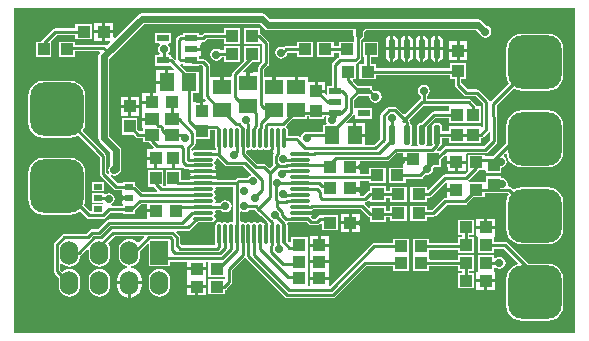
<source format=gtl>
G04*
G04 #@! TF.GenerationSoftware,Altium Limited,CircuitStudio,1.5.1 (1.5.1.13)*
G04*
G04 Layer_Physical_Order=1*
G04 Layer_Color=11767835*
%FSLAX25Y25*%
%MOIN*%
G70*
G01*
G75*
G04:AMPARAMS|DCode=10|XSize=177.16mil|YSize=177.16mil|CornerRadius=44.29mil|HoleSize=0mil|Usage=FLASHONLY|Rotation=0.000|XOffset=0mil|YOffset=0mil|HoleType=Round|Shape=RoundedRectangle|*
%AMROUNDEDRECTD10*
21,1,0.17716,0.08858,0,0,0.0*
21,1,0.08858,0.17716,0,0,0.0*
1,1,0.08858,0.04429,-0.04429*
1,1,0.08858,-0.04429,-0.04429*
1,1,0.08858,-0.04429,0.04429*
1,1,0.08858,0.04429,0.04429*
%
%ADD10ROUNDEDRECTD10*%
%ADD11R,0.03937X0.04331*%
%ADD12R,0.04331X0.03937*%
%ADD13O,0.01181X0.06890*%
%ADD14O,0.06890X0.01181*%
%ADD15R,0.04724X0.03937*%
%ADD16R,0.05906X0.05118*%
%ADD17R,0.05118X0.05906*%
%ADD18R,0.04331X0.02362*%
%ADD19O,0.02165X0.06890*%
%ADD20R,0.02756X0.01969*%
%ADD21R,0.04000X0.04000*%
%ADD22C,0.01000*%
%ADD23C,0.02362*%
%ADD24O,0.06000X0.08000*%
%ADD25R,0.06000X0.08000*%
%ADD26C,0.02756*%
G36*
X403543Y236220D02*
X216535D01*
Y344488D01*
X403543D01*
Y236220D01*
D02*
G37*
%LPC*%
G36*
X394587Y310387D02*
X385728D01*
X384416Y310215D01*
X383192Y309708D01*
X382141Y308902D01*
X381335Y307851D01*
X380829Y306628D01*
X380656Y305315D01*
Y299663D01*
X376081Y295088D01*
X373810D01*
X373435Y295390D01*
Y295580D01*
X367904D01*
Y290443D01*
X367904Y290443D01*
X367904D01*
X367805Y289962D01*
X366858Y289015D01*
X360335D01*
X360335Y289015D01*
X359906Y288930D01*
X359542Y288687D01*
X359542Y288687D01*
X354643Y283788D01*
X354143Y283996D01*
Y284950D01*
X348613D01*
Y279813D01*
X354143D01*
Y281260D01*
X354823D01*
X354823Y281260D01*
X355252Y281346D01*
X355616Y281589D01*
X360311Y286284D01*
X360811Y286077D01*
Y284457D01*
X363976D01*
Y283457D01*
X360811D01*
Y281141D01*
X360236D01*
X359807Y281056D01*
X359443Y280813D01*
X359443Y280813D01*
X355835Y277204D01*
X354143D01*
Y278651D01*
X348613D01*
Y273514D01*
X354143D01*
Y274961D01*
X356299D01*
X356299Y274961D01*
X356728Y275046D01*
X357092Y275290D01*
X360701Y278898D01*
X366732D01*
X366732Y278898D01*
X367161Y278983D01*
X367525Y279227D01*
X369687Y281388D01*
X373435D01*
Y282835D01*
X381031D01*
X381453Y282414D01*
X381335Y282261D01*
X380829Y281037D01*
X380656Y279724D01*
Y270866D01*
X380829Y269553D01*
X381335Y268330D01*
X382141Y267279D01*
X383192Y266473D01*
X384416Y265966D01*
X385728Y265794D01*
X394587D01*
X395900Y265966D01*
X397123Y266473D01*
X398173Y267279D01*
X398980Y268330D01*
X399486Y269553D01*
X399659Y270866D01*
Y279724D01*
X399486Y281037D01*
X398980Y282261D01*
X398173Y283311D01*
X397123Y284117D01*
X395900Y284624D01*
X394587Y284797D01*
X385728D01*
X384416Y284624D01*
X383192Y284117D01*
X383039Y284000D01*
X382289Y284750D01*
X381925Y284993D01*
X381496Y285078D01*
X381496Y285078D01*
X381387D01*
X381070Y285465D01*
X381140Y285816D01*
X380986Y286588D01*
X380549Y287242D01*
X379895Y287679D01*
X379123Y287833D01*
X378946Y287978D01*
Y288395D01*
X373810D01*
Y286827D01*
X373435Y286525D01*
X368354D01*
X368352Y286525D01*
X368352Y286525D01*
X368238Y286525D01*
X368154Y286529D01*
X368141Y286569D01*
X368127Y286618D01*
X368126Y286619D01*
X368106Y286687D01*
X368062Y286831D01*
X368021Y286965D01*
X368003Y287025D01*
X368116Y287101D01*
X371459Y290443D01*
X373435D01*
X373810Y290141D01*
Y289558D01*
X378946D01*
Y291331D01*
X379511Y291443D01*
X380165Y291880D01*
X380603Y292535D01*
X380756Y293306D01*
X380603Y294078D01*
X380165Y294732D01*
X379829Y294957D01*
X379757Y295592D01*
X380206Y296041D01*
X380734Y295862D01*
X380829Y295144D01*
X381335Y293920D01*
X382141Y292870D01*
X383192Y292064D01*
X384416Y291557D01*
X385728Y291384D01*
X394587D01*
X395900Y291557D01*
X397123Y292064D01*
X398173Y292870D01*
X398980Y293920D01*
X399486Y295144D01*
X399659Y296457D01*
Y305315D01*
X399486Y306628D01*
X398980Y307851D01*
X398173Y308902D01*
X397123Y309708D01*
X395900Y310215D01*
X394587Y310387D01*
D02*
G37*
G36*
X333677Y306020D02*
X330618D01*
Y302567D01*
X333677D01*
Y306020D01*
D02*
G37*
G36*
X376984Y253142D02*
X374319D01*
Y250673D01*
X376984D01*
Y253142D01*
D02*
G37*
G36*
X363476Y292512D02*
X360811D01*
Y290043D01*
X363476D01*
Y292512D01*
D02*
G37*
G36*
X367142D02*
X364476D01*
Y290043D01*
X367142D01*
Y292512D01*
D02*
G37*
G36*
X373319Y253142D02*
X370654D01*
Y250673D01*
X373319D01*
Y253142D01*
D02*
G37*
G36*
X245000Y257604D02*
X244060Y257480D01*
X243184Y257117D01*
X242432Y256540D01*
X241855Y255788D01*
X241493Y254912D01*
X241369Y253972D01*
Y251972D01*
X241493Y251033D01*
X241855Y250157D01*
X242432Y249405D01*
X243184Y248828D01*
X244060Y248465D01*
X245000Y248341D01*
X245940Y248465D01*
X246815Y248828D01*
X247568Y249405D01*
X248145Y250157D01*
X248507Y251033D01*
X248631Y251972D01*
Y253972D01*
X248507Y254912D01*
X248145Y255788D01*
X247568Y256540D01*
X246815Y257117D01*
X245940Y257480D01*
X245000Y257604D01*
D02*
G37*
G36*
X259034Y252472D02*
X255500D01*
Y248004D01*
X256044Y248075D01*
X257017Y248478D01*
X257853Y249120D01*
X258494Y249955D01*
X258897Y250928D01*
X259034Y251972D01*
Y252472D01*
D02*
G37*
G36*
X254500D02*
X250965D01*
Y251972D01*
X251103Y250928D01*
X251506Y249955D01*
X252147Y249120D01*
X252983Y248478D01*
X253956Y248075D01*
X254500Y248004D01*
Y252472D01*
D02*
G37*
G36*
X280528Y251173D02*
X277862D01*
Y248705D01*
X280528D01*
Y251173D01*
D02*
G37*
G36*
X276862D02*
X274197D01*
Y248705D01*
X276862D01*
Y251173D01*
D02*
G37*
G36*
X265000Y257604D02*
X264060Y257480D01*
X263184Y257117D01*
X262433Y256540D01*
X261855Y255788D01*
X261493Y254912D01*
X261369Y253972D01*
Y251972D01*
X261493Y251033D01*
X261855Y250157D01*
X262433Y249405D01*
X263184Y248828D01*
X264060Y248465D01*
X265000Y248341D01*
X265940Y248465D01*
X266815Y248828D01*
X267567Y249405D01*
X268145Y250157D01*
X268507Y251033D01*
X268631Y251972D01*
Y253972D01*
X268507Y254912D01*
X268145Y255788D01*
X267567Y256540D01*
X266815Y257117D01*
X265940Y257480D01*
X265000Y257604D01*
D02*
G37*
G36*
X280528Y257079D02*
X277362D01*
X274197D01*
Y254642D01*
X274197D01*
Y252173D01*
X277362D01*
X280528D01*
Y254610D01*
X280528D01*
Y257079D01*
D02*
G37*
G36*
X317807Y268421D02*
X315142D01*
Y265953D01*
X317807D01*
Y268421D01*
D02*
G37*
G36*
X321472D02*
X318807D01*
Y265953D01*
X321472D01*
Y268421D01*
D02*
G37*
G36*
X369891Y273927D02*
X364361D01*
Y268790D01*
X366004D01*
Y268021D01*
X364361D01*
Y266181D01*
X354931D01*
Y267628D01*
X349400D01*
Y262616D01*
X349400Y262491D01*
Y262303D01*
Y262116D01*
X349400Y261990D01*
Y256979D01*
X354931D01*
Y258426D01*
X364361D01*
Y256979D01*
X366004D01*
Y256210D01*
X364361D01*
Y251073D01*
X369891D01*
Y256210D01*
X368248D01*
Y256979D01*
X369891D01*
Y262116D01*
X364361D01*
Y260669D01*
X355284D01*
X354931Y261022D01*
Y261990D01*
X354931Y262116D01*
Y262303D01*
Y262491D01*
X354931Y262616D01*
Y263937D01*
X364361D01*
Y262884D01*
X369891D01*
Y268021D01*
X368248D01*
Y268790D01*
X369891D01*
Y273927D01*
D02*
G37*
G36*
X321472Y259441D02*
X318307D01*
X315142D01*
Y256972D01*
X315142D01*
Y254929D01*
X318307D01*
X321472D01*
Y257398D01*
X321472D01*
Y259441D01*
D02*
G37*
G36*
X376584Y262116D02*
X371054D01*
Y257110D01*
X371054Y256979D01*
X370736Y256610D01*
X370654D01*
Y254142D01*
X373819D01*
X376984D01*
Y256610D01*
X376902D01*
X376902Y256610D01*
X376584Y256979D01*
X376584Y257110D01*
Y257790D01*
X376589Y257795D01*
X377084Y258012D01*
X377575Y257684D01*
X378346Y257530D01*
X379118Y257684D01*
X379772Y258121D01*
X380210Y258775D01*
X380363Y259547D01*
X380210Y260319D01*
X379772Y260973D01*
X379118Y261410D01*
X378346Y261564D01*
X377575Y261410D01*
X377084Y261083D01*
X376589Y261299D01*
X376584Y261304D01*
Y262116D01*
D02*
G37*
G36*
X321472Y264953D02*
X318307D01*
X315142D01*
Y262484D01*
Y260441D01*
X318307D01*
X321472D01*
Y262484D01*
Y264953D01*
D02*
G37*
G36*
X328043Y272433D02*
X325378D01*
Y269965D01*
X328043D01*
Y272433D01*
D02*
G37*
G36*
Y275902D02*
X325378D01*
Y273433D01*
X328043D01*
Y275902D01*
D02*
G37*
G36*
X331709D02*
X329043D01*
Y273433D01*
X331709D01*
Y275902D01*
D02*
G37*
G36*
X246368Y286525D02*
X242412D01*
Y283357D01*
X246368D01*
Y286525D01*
D02*
G37*
G36*
X331709Y272433D02*
X329043D01*
Y269965D01*
X331709D01*
Y272433D01*
D02*
G37*
G36*
X373319Y274327D02*
X370654D01*
Y271858D01*
X373319D01*
Y274327D01*
D02*
G37*
G36*
X376984D02*
X374319D01*
Y271858D01*
X376984D01*
Y274327D01*
D02*
G37*
G36*
X342000Y330504D02*
X340376D01*
Y328642D01*
X340538Y327829D01*
X340999Y327140D01*
X341687Y326680D01*
X342000Y326618D01*
Y330504D01*
D02*
G37*
G36*
X347000Y335390D02*
X346687Y335328D01*
X345999Y334868D01*
X345538Y334179D01*
X345376Y333366D01*
Y331504D01*
X347000D01*
Y335390D01*
D02*
G37*
G36*
X348000D02*
Y331504D01*
X349623D01*
Y333366D01*
X349462Y334179D01*
X349002Y334868D01*
X348313Y335328D01*
X348000Y335390D01*
D02*
G37*
G36*
X352000D02*
X351687Y335328D01*
X350998Y334868D01*
X350538Y334179D01*
X350377Y333366D01*
Y331504D01*
X352000D01*
Y335390D01*
D02*
G37*
G36*
X343000D02*
Y331504D01*
X344623D01*
Y333366D01*
X344462Y334179D01*
X344002Y334868D01*
X343313Y335328D01*
X343000Y335390D01*
D02*
G37*
G36*
X364067Y333382D02*
X361598D01*
Y330716D01*
X364067D01*
Y333382D01*
D02*
G37*
G36*
X367535D02*
X365067D01*
Y330716D01*
X367535D01*
Y333382D01*
D02*
G37*
G36*
X342000Y335390D02*
X341687Y335328D01*
X340999Y334868D01*
X340538Y334179D01*
X340376Y333366D01*
Y331504D01*
X342000D01*
Y335390D01*
D02*
G37*
G36*
X353000D02*
Y331504D01*
X354624D01*
Y333366D01*
X354462Y334179D01*
X354001Y334868D01*
X353313Y335328D01*
X353000Y335390D01*
D02*
G37*
G36*
X299213Y342761D02*
X259055D01*
X258360Y342623D01*
X257771Y342229D01*
X250084Y334542D01*
X249622Y334733D01*
Y336114D01*
X246957D01*
Y333646D01*
X248534D01*
X248726Y333184D01*
X247553Y332011D01*
X247134D01*
X246770Y332254D01*
X246341Y332340D01*
X246341Y332340D01*
X236815D01*
Y333309D01*
X231615D01*
Y328109D01*
X236815D01*
Y330097D01*
X244985D01*
X245100Y329819D01*
X245150Y329597D01*
X244779Y329041D01*
X244641Y328346D01*
Y301181D01*
X244779Y300486D01*
X245173Y299897D01*
X248578Y296492D01*
Y291980D01*
X248574Y291977D01*
X248137Y291323D01*
X247983Y290551D01*
X248137Y289779D01*
X248321Y289504D01*
X247933Y289185D01*
X247345Y289773D01*
Y295214D01*
X247345Y295214D01*
X247259Y295643D01*
X247016Y296007D01*
X247016Y296007D01*
X239413Y303610D01*
X239531Y303763D01*
X240037Y304986D01*
X240210Y306299D01*
Y315158D01*
X240037Y316470D01*
X239531Y317694D01*
X238725Y318744D01*
X237674Y319550D01*
X236451Y320057D01*
X235138Y320230D01*
X226279D01*
X224967Y320057D01*
X223743Y319550D01*
X222693Y318744D01*
X221887Y317694D01*
X221380Y316470D01*
X221207Y315158D01*
Y306299D01*
X221380Y304986D01*
X221887Y303763D01*
X222693Y302712D01*
X223743Y301906D01*
X224967Y301399D01*
X226279Y301227D01*
X235138D01*
X236451Y301399D01*
X237674Y301906D01*
X237827Y302024D01*
X245102Y294749D01*
Y289308D01*
X245102Y289308D01*
X245187Y288879D01*
X245430Y288515D01*
X249798Y284148D01*
X249798Y284148D01*
X250161Y283905D01*
X250590Y283819D01*
X252491D01*
X252505Y283805D01*
X252445Y283185D01*
X252445Y283185D01*
X252445D01*
X252445Y283185D01*
Y281701D01*
X254823D01*
Y280701D01*
X252445D01*
Y279217D01*
X252445D01*
X252845Y279045D01*
Y278582D01*
X249162D01*
X249010Y279082D01*
X249458Y279381D01*
X249895Y280035D01*
X250048Y280807D01*
X249895Y281579D01*
X249458Y282233D01*
X248803Y282670D01*
X248031Y282824D01*
X247260Y282670D01*
X246868Y282408D01*
X246368Y282598D01*
Y282785D01*
X242412D01*
Y279616D01*
X246046D01*
X246085Y279545D01*
X245980Y279261D01*
X245791Y279045D01*
X242412D01*
Y276909D01*
X241912Y276702D01*
X239797Y278816D01*
X240037Y279396D01*
X240210Y280709D01*
Y289567D01*
X240037Y290880D01*
X239531Y292103D01*
X238725Y293154D01*
X237674Y293960D01*
X236451Y294467D01*
X235138Y294639D01*
X226279D01*
X224967Y294467D01*
X223743Y293960D01*
X222693Y293154D01*
X221887Y292103D01*
X221380Y290880D01*
X221207Y289567D01*
Y280709D01*
X221380Y279396D01*
X221887Y278172D01*
X222693Y277122D01*
X223743Y276316D01*
X224967Y275809D01*
X226279Y275636D01*
X235138D01*
X236451Y275809D01*
X237674Y276316D01*
X238495Y276946D01*
X240858Y274583D01*
X241222Y274340D01*
X241651Y274255D01*
X241651Y274255D01*
X246223D01*
X246223Y274255D01*
X246653Y274340D01*
X247016Y274583D01*
X248772Y276339D01*
X252845D01*
Y275876D01*
X256801D01*
Y276967D01*
X258929Y279095D01*
X260811D01*
Y277370D01*
X263976D01*
Y276370D01*
X260811D01*
Y274080D01*
X248155D01*
X248155Y274080D01*
X247726Y273994D01*
X247362Y273751D01*
X247362Y273751D01*
X244405Y270794D01*
X242639D01*
X242639Y270794D01*
X242210Y270709D01*
X241846Y270465D01*
X241846Y270465D01*
X240574Y269194D01*
X233302D01*
X233302Y269194D01*
X232873Y269109D01*
X232509Y268865D01*
X230107Y266464D01*
X229864Y266100D01*
X229778Y265671D01*
X229779Y265671D01*
Y256791D01*
X229778Y256791D01*
X229864Y256362D01*
X230107Y255998D01*
X231458Y254647D01*
X231369Y253972D01*
Y251972D01*
X231493Y251033D01*
X231855Y250157D01*
X232433Y249405D01*
X233185Y248828D01*
X234060Y248465D01*
X235000Y248341D01*
X235940Y248465D01*
X236816Y248828D01*
X237567Y249405D01*
X238145Y250157D01*
X238507Y251033D01*
X238631Y251972D01*
Y253972D01*
X238507Y254912D01*
X238145Y255788D01*
X237567Y256540D01*
X236816Y257117D01*
X235940Y257480D01*
X235000Y257604D01*
X234060Y257480D01*
X233185Y257117D01*
X232605Y256672D01*
X232021Y257256D01*
Y259193D01*
X232522Y259336D01*
X233185Y258828D01*
X234060Y258465D01*
X235000Y258341D01*
X235940Y258465D01*
X236816Y258828D01*
X237567Y259405D01*
X238145Y260157D01*
X238507Y261033D01*
X238626Y261935D01*
X238631Y261936D01*
X238995Y262179D01*
X240926Y264111D01*
X241369Y263846D01*
Y261972D01*
X241493Y261033D01*
X241855Y260157D01*
X242432Y259405D01*
X243184Y258828D01*
X244060Y258465D01*
X245000Y258341D01*
X245940Y258465D01*
X246815Y258828D01*
X247568Y259405D01*
X248145Y260157D01*
X248507Y261033D01*
X248631Y261972D01*
Y263972D01*
X248507Y264912D01*
X248145Y265788D01*
X247776Y266268D01*
X250058Y268551D01*
X259783D01*
X259975Y268089D01*
X258208Y266322D01*
X257709Y266355D01*
X257568Y266540D01*
X256816Y267117D01*
X255940Y267480D01*
X255000Y267603D01*
X254060Y267480D01*
X253185Y267117D01*
X252432Y266540D01*
X251855Y265788D01*
X251493Y264912D01*
X251369Y263972D01*
Y261972D01*
X251493Y261033D01*
X251855Y260157D01*
X252432Y259405D01*
X253185Y258828D01*
X254060Y258465D01*
X254355Y258426D01*
Y257922D01*
X253956Y257870D01*
X252983Y257466D01*
X252147Y256825D01*
X251506Y255990D01*
X251103Y255017D01*
X250965Y253972D01*
Y253472D01*
X255000D01*
Y252972D01*
D01*
Y253472D01*
X259034D01*
Y253972D01*
X258897Y255017D01*
X258494Y255990D01*
X257853Y256825D01*
X257017Y257466D01*
X256044Y257870D01*
X255645Y257922D01*
Y258426D01*
X255940Y258465D01*
X256816Y258828D01*
X257568Y259405D01*
X258145Y260157D01*
X258507Y261033D01*
X258631Y261972D01*
Y263573D01*
X260938Y265880D01*
X261400Y265689D01*
Y258372D01*
X268600D01*
Y260000D01*
X274197D01*
Y258079D01*
X277362D01*
X280528D01*
Y260000D01*
X281290D01*
Y255010D01*
X286774D01*
X286999Y254626D01*
X286774Y254242D01*
X281290D01*
Y249105D01*
X286821D01*
Y250593D01*
X287043Y250637D01*
X287407Y250880D01*
X288982Y252455D01*
X288982Y252455D01*
X289225Y252819D01*
X289311Y253248D01*
Y257114D01*
X293261Y261064D01*
X293886Y261023D01*
X293896Y261016D01*
X306812Y248099D01*
X306812Y248099D01*
X307176Y247856D01*
X307605Y247771D01*
X322710D01*
X322710Y247771D01*
X323139Y247856D01*
X323503Y248099D01*
X333830Y258426D01*
X342707D01*
Y256979D01*
X348238D01*
Y262116D01*
X348238D01*
Y262491D01*
X348238D01*
Y267628D01*
X342707D01*
Y266181D01*
X336614D01*
X336614Y266181D01*
X336185Y266095D01*
X335821Y265852D01*
X321972Y252003D01*
X321472Y252211D01*
Y253929D01*
X318307D01*
X315142D01*
Y251898D01*
X314846Y251780D01*
X314380Y252087D01*
Y256998D01*
X314380D01*
X314380Y257372D01*
X314380D01*
Y262509D01*
X314380D01*
Y262884D01*
X314380D01*
Y268021D01*
X308849D01*
Y266377D01*
X308349Y266170D01*
X307710Y266809D01*
Y271949D01*
X307618Y272413D01*
Y272539D01*
X307588Y272690D01*
X307940Y273189D01*
X308394D01*
X308858Y273097D01*
X314037D01*
X314706Y272427D01*
X314706Y272427D01*
X315070Y272184D01*
X315500Y272099D01*
X315500Y272099D01*
X317571D01*
X317571Y272099D01*
X318001Y272184D01*
X318364Y272427D01*
X318623Y272686D01*
X319085Y272495D01*
Y270365D01*
X324616D01*
Y275502D01*
X319085D01*
X319085Y275502D01*
X318662Y275433D01*
X318618Y275424D01*
X318617Y275424D01*
X318597Y275420D01*
X318233Y275347D01*
X317869Y275104D01*
X317869Y275104D01*
X317107Y274342D01*
X315964D01*
X315728Y274579D01*
X315688Y274776D01*
X315531Y275011D01*
X315714Y275133D01*
X316065Y275659D01*
X316089Y275780D01*
X311713D01*
Y276780D01*
X316089D01*
X316065Y276900D01*
X316323Y277415D01*
X316358Y277438D01*
X332097D01*
X334443Y275093D01*
X334807Y274850D01*
X335227Y274766D01*
Y273120D01*
X340364D01*
Y274764D01*
X341920D01*
Y273514D01*
X347450D01*
Y278651D01*
X341920D01*
Y277007D01*
X340364D01*
Y278651D01*
X335227D01*
Y278135D01*
X334765Y277943D01*
X333506Y279203D01*
X333504Y279218D01*
X333664Y279725D01*
X333894Y279771D01*
X334258Y280014D01*
X334765Y280521D01*
X335227Y280330D01*
Y279813D01*
X340364D01*
Y281260D01*
X341920D01*
Y279813D01*
X347450D01*
Y284950D01*
X341920D01*
Y283503D01*
X340364D01*
Y285344D01*
X335227D01*
Y283698D01*
X334807Y283615D01*
X334443Y283372D01*
X334443Y283372D01*
X333000Y281929D01*
X331709D01*
Y283850D01*
X328543D01*
Y284850D01*
X331709D01*
Y286969D01*
X334833D01*
Y286113D01*
X340364D01*
Y291250D01*
X334833D01*
Y289212D01*
X331709D01*
Y290937D01*
X328543D01*
Y291937D01*
X331709D01*
Y293384D01*
X340864D01*
X340864Y293384D01*
X341293Y293469D01*
X341657Y293712D01*
X344165Y296221D01*
X346244D01*
Y294693D01*
X349409D01*
Y293693D01*
X346244D01*
Y291250D01*
X341526D01*
Y286113D01*
X347057D01*
Y287560D01*
X351968D01*
X351969Y287560D01*
X352398Y287645D01*
X352762Y287888D01*
X353889Y289015D01*
X354330Y288928D01*
X355102Y289081D01*
X355756Y289518D01*
X356193Y290173D01*
X356347Y290944D01*
X356294Y291209D01*
X356655Y291624D01*
X358868D01*
Y293994D01*
X360349Y295476D01*
X360811Y295284D01*
Y293512D01*
X363976D01*
X367142D01*
Y295980D01*
X367542Y296221D01*
X373622D01*
X373622Y296221D01*
X374051Y296306D01*
X374415Y296550D01*
X377171Y299305D01*
X377171Y299305D01*
X377414Y299669D01*
X377500Y300098D01*
X377500Y300098D01*
Y308323D01*
X377500Y308323D01*
X377414Y308752D01*
X377399Y308774D01*
Y312132D01*
X383039Y317772D01*
X383192Y317654D01*
X384416Y317148D01*
X385728Y316975D01*
X394587D01*
X395900Y317148D01*
X397123Y317654D01*
X398173Y318460D01*
X398980Y319511D01*
X399486Y320734D01*
X399659Y322047D01*
Y330906D01*
X399486Y332218D01*
X398980Y333442D01*
X398173Y334492D01*
X397123Y335298D01*
X395900Y335805D01*
X394587Y335978D01*
X385728D01*
X384416Y335805D01*
X383192Y335298D01*
X382141Y334492D01*
X381335Y333442D01*
X380829Y332218D01*
X380656Y330906D01*
Y322047D01*
X380829Y320734D01*
X381335Y319511D01*
X381453Y319358D01*
X375571Y313476D01*
X375192Y313508D01*
X375011Y313581D01*
X374809Y313884D01*
X374809Y313884D01*
X371659Y317033D01*
X371295Y317276D01*
X370866Y317362D01*
X370866Y317362D01*
X367787D01*
X365688Y319461D01*
Y320758D01*
X367135D01*
Y326289D01*
X361998D01*
Y324448D01*
X337214D01*
Y325895D01*
X335570D01*
Y328109D01*
X337996D01*
Y333309D01*
X332796D01*
Y328109D01*
X333327D01*
Y325895D01*
X331683D01*
Y320758D01*
X337214D01*
Y322205D01*
X361998D01*
Y320758D01*
X363445D01*
Y318996D01*
X363445Y318996D01*
X363531Y318567D01*
X363774Y318203D01*
X366530Y315447D01*
X366530Y315447D01*
X366894Y315204D01*
X367323Y315119D01*
X367323Y315119D01*
X370402D01*
X372894Y312626D01*
Y304788D01*
X372754Y304687D01*
X372253Y304943D01*
Y305029D01*
X367117D01*
Y305029D01*
X366742D01*
Y305029D01*
X361605D01*
Y303385D01*
X359216D01*
Y304626D01*
X359085Y305282D01*
X358713Y305839D01*
X358157Y306211D01*
X357500Y306342D01*
X356843Y306211D01*
X356287Y305839D01*
X355915Y305282D01*
X355784Y304626D01*
Y299902D01*
X355915Y299245D01*
X356038Y299061D01*
X355441Y298464D01*
X354165D01*
X353897Y298964D01*
X354085Y299245D01*
X354216Y299902D01*
Y304626D01*
X354140Y305004D01*
X356972Y307835D01*
X361605D01*
Y306191D01*
X366742D01*
Y306191D01*
X367117D01*
Y306191D01*
X372253D01*
Y311722D01*
X370766D01*
X370721Y311945D01*
X370478Y312309D01*
X370478Y312309D01*
X368903Y313884D01*
X368539Y314127D01*
X368110Y314212D01*
X368110Y314212D01*
X354271D01*
Y315300D01*
X354576Y315503D01*
X355013Y316157D01*
X355166Y316929D01*
X355013Y317701D01*
X354576Y318355D01*
X353921Y318792D01*
X353150Y318946D01*
X352378Y318792D01*
X351724Y318355D01*
X351286Y317701D01*
X351133Y316929D01*
X351286Y316157D01*
X351724Y315503D01*
X352028Y315300D01*
Y314146D01*
X351933Y314127D01*
X351569Y313884D01*
X346835Y309149D01*
X346335D01*
X344339Y311145D01*
X343975Y311388D01*
X343546Y311473D01*
X343546Y311473D01*
X341493D01*
X341493Y311473D01*
X341064Y311388D01*
X340700Y311145D01*
X340700Y311145D01*
X338971Y309416D01*
X338728Y309052D01*
X338642Y308623D01*
X338642Y308622D01*
Y300957D01*
X336543Y298858D01*
X333677D01*
Y301567D01*
X330118D01*
Y302067D01*
X329618D01*
Y306020D01*
X327452D01*
X327261Y306482D01*
X329533Y308754D01*
X329533Y308754D01*
X329776Y309118D01*
X329805Y309265D01*
X330306Y309215D01*
Y307569D01*
X335836D01*
Y311132D01*
X330387D01*
X330306Y311132D01*
X329887Y311328D01*
Y313832D01*
X331104Y315050D01*
X334917D01*
X334991Y314960D01*
X335144Y314188D01*
X335581Y313534D01*
X336235Y313097D01*
X337007Y312943D01*
X337779Y313097D01*
X338433Y313534D01*
X338870Y314188D01*
X339024Y314960D01*
X338870Y315732D01*
X338433Y316386D01*
X337779Y316823D01*
X337007Y316977D01*
X336648Y316905D01*
X335930Y317624D01*
X335836Y317686D01*
Y318612D01*
X331104D01*
X329533Y320183D01*
X329533D01*
Y320183D01*
X329420Y320296D01*
X329611Y320758D01*
X330521D01*
Y325614D01*
X330521Y325895D01*
X330885Y326223D01*
X331108Y326372D01*
X331895Y327160D01*
X331895Y327160D01*
X332138Y327524D01*
X332224Y327953D01*
X332224Y327953D01*
Y333777D01*
X332780Y334149D01*
X333174Y334738D01*
X333312Y335433D01*
Y336649D01*
X333823Y337160D01*
X370508D01*
X371742Y335926D01*
X371759Y335842D01*
X372196Y335188D01*
X372850Y334751D01*
X373622Y334597D01*
X374394Y334751D01*
X375048Y335188D01*
X375485Y335842D01*
X375639Y336614D01*
X375485Y337386D01*
X375048Y338040D01*
X374394Y338477D01*
X374310Y338494D01*
X372544Y340261D01*
X371955Y340654D01*
X371260Y340792D01*
X301933D01*
X300497Y342229D01*
X299907Y342623D01*
X299213Y342761D01*
D02*
G37*
G36*
X245957Y339583D02*
X243291D01*
Y337114D01*
X245957D01*
Y339583D01*
D02*
G37*
G36*
X249622D02*
X246957D01*
Y337114D01*
X249622D01*
Y339583D01*
D02*
G37*
G36*
X242529Y339183D02*
X236998D01*
Y337736D01*
X230315D01*
X229886Y337650D01*
X229522Y337407D01*
X229522Y337407D01*
X225622Y333507D01*
X225489Y333309D01*
X223815D01*
Y328109D01*
X229015D01*
Y333309D01*
X229015Y333309D01*
X229015D01*
X229088Y333801D01*
X230780Y335493D01*
X236998D01*
Y334046D01*
X242529D01*
Y339183D01*
D02*
G37*
G36*
X357000Y335390D02*
X356687Y335328D01*
X355998Y334868D01*
X355538Y334179D01*
X355377Y333366D01*
Y331504D01*
X357000D01*
Y335390D01*
D02*
G37*
G36*
X358000D02*
Y331504D01*
X359624D01*
Y333366D01*
X359462Y334179D01*
X359001Y334868D01*
X358313Y335328D01*
X358000Y335390D01*
D02*
G37*
G36*
X245957Y336114D02*
X243291D01*
Y333646D01*
X245957D01*
Y336114D01*
D02*
G37*
G36*
X376984Y270858D02*
X373819D01*
X370654D01*
Y268390D01*
X370736D01*
X371054Y268021D01*
X371054Y267890D01*
Y262884D01*
X376584D01*
Y264331D01*
X379850D01*
X384663Y259519D01*
X384502Y259045D01*
X384416Y259034D01*
X383192Y258527D01*
X382141Y257721D01*
X381335Y256670D01*
X380829Y255447D01*
X380656Y254134D01*
Y245276D01*
X380829Y243963D01*
X381335Y242739D01*
X382141Y241689D01*
X383192Y240883D01*
X384416Y240376D01*
X385728Y240203D01*
X394587D01*
X395900Y240376D01*
X397123Y240883D01*
X398173Y241689D01*
X398980Y242739D01*
X399486Y243963D01*
X399659Y245276D01*
Y254134D01*
X399486Y255447D01*
X398980Y256670D01*
X398173Y257721D01*
X397123Y258527D01*
X395900Y259034D01*
X394587Y259206D01*
X388147D01*
X381108Y266246D01*
X380744Y266489D01*
X380315Y266574D01*
X380315Y266574D01*
X376938D01*
X376584Y266928D01*
Y267890D01*
X376584Y268021D01*
X376902Y268390D01*
X376984D01*
Y270858D01*
D02*
G37*
G36*
X354624Y330504D02*
X353000D01*
Y326618D01*
X353313Y326680D01*
X354001Y327140D01*
X354462Y327829D01*
X354624Y328642D01*
Y330504D01*
D02*
G37*
G36*
X357000D02*
X355377D01*
Y328642D01*
X355538Y327829D01*
X355998Y327140D01*
X356687Y326680D01*
X357000Y326618D01*
Y330504D01*
D02*
G37*
G36*
X359624D02*
X358000D01*
Y326618D01*
X358313Y326680D01*
X359001Y327140D01*
X359462Y327829D01*
X359624Y328642D01*
Y330504D01*
D02*
G37*
G36*
X352000D02*
X350377D01*
Y328642D01*
X350538Y327829D01*
X350998Y327140D01*
X351687Y326680D01*
X352000Y326618D01*
Y330504D01*
D02*
G37*
G36*
X344623D02*
X343000D01*
Y326618D01*
X343313Y326680D01*
X344002Y327140D01*
X344462Y327829D01*
X344623Y328642D01*
Y330504D01*
D02*
G37*
G36*
X347000D02*
X345376D01*
Y328642D01*
X345538Y327829D01*
X345999Y327140D01*
X346687Y326680D01*
X347000Y326618D01*
Y330504D01*
D02*
G37*
G36*
X349623D02*
X348000D01*
Y326618D01*
X348313Y326680D01*
X349002Y327140D01*
X349462Y327829D01*
X349623Y328642D01*
Y330504D01*
D02*
G37*
G36*
X364067Y329716D02*
X361598D01*
Y327051D01*
X364067D01*
Y329716D01*
D02*
G37*
G36*
X367535D02*
X365067D01*
Y327051D01*
X367535D01*
Y329716D01*
D02*
G37*
%LPD*%
G36*
X272244Y325945D02*
X272825D01*
Y325286D01*
X278356D01*
Y325355D01*
X279063D01*
X279587Y324831D01*
Y315059D01*
X279587Y315059D01*
X279673Y314630D01*
X279916Y314266D01*
X280416Y313765D01*
X280225Y313303D01*
X279634D01*
Y310138D01*
X278634D01*
Y313303D01*
X276165D01*
X276121Y313785D01*
Y316231D01*
X278159D01*
Y323336D01*
X274018D01*
X271837Y325517D01*
X272084Y325977D01*
X272244Y325945D01*
D02*
G37*
G36*
X374973Y303158D02*
X375256Y303012D01*
Y300563D01*
X373158Y298464D01*
X360630D01*
X360630Y298464D01*
X360201Y298379D01*
X359837Y298136D01*
X359837Y298136D01*
X358463Y296761D01*
X357564D01*
X357372Y297223D01*
X358293Y298144D01*
X358536Y298508D01*
X358551Y298580D01*
X358713Y298688D01*
X359085Y299245D01*
X359216Y299902D01*
Y301142D01*
X361605D01*
Y299498D01*
X366742D01*
Y299498D01*
X367117D01*
Y299498D01*
X372253D01*
Y301144D01*
X372673Y301228D01*
X373037Y301471D01*
X374756Y303190D01*
X374973Y303158D01*
D02*
G37*
G36*
X283629Y303663D02*
Y298327D01*
X283721Y297863D01*
Y297086D01*
X282944D01*
X282480Y297178D01*
X276772D01*
X276307Y297086D01*
X276170Y296995D01*
X275688Y297198D01*
X275642Y297477D01*
X275657Y297594D01*
X276696Y298634D01*
X276696Y298634D01*
X276939Y298998D01*
X277025Y299427D01*
X277025Y299427D01*
Y300679D01*
X281702D01*
Y303772D01*
X283520D01*
X283629Y303663D01*
D02*
G37*
G36*
X300126Y297205D02*
X300590Y297113D01*
X301055Y297205D01*
X301290Y297362D01*
X301412Y297180D01*
X301939Y296829D01*
X302559Y296705D01*
X303044Y296311D01*
X303067Y296051D01*
X303028Y296012D01*
X302784Y295648D01*
X302699Y295219D01*
X302699Y295219D01*
Y292735D01*
X302699Y292735D01*
X302784Y292305D01*
X302959Y292045D01*
X302103Y291189D01*
X301603D01*
X300561Y292230D01*
X300198Y292473D01*
X299768Y292559D01*
X299768Y292559D01*
X297609D01*
X293838Y296330D01*
Y296905D01*
X294338Y297182D01*
X294685Y297113D01*
X295150Y297205D01*
X295543Y297468D01*
X295795D01*
X296189Y297205D01*
X296654Y297113D01*
X297118Y297205D01*
X297512Y297468D01*
X297764D01*
X298158Y297205D01*
X298622Y297113D01*
X299087Y297205D01*
X299480Y297468D01*
X299732D01*
X300126Y297205D01*
D02*
G37*
G36*
X289627Y273370D02*
X289126Y273094D01*
X288779Y273163D01*
X288315Y273070D01*
X287921Y272807D01*
X287669D01*
X287276Y273070D01*
X286811Y273163D01*
X286347Y273070D01*
X285953Y272807D01*
X285701D01*
X285307Y273070D01*
X284842Y273163D01*
X284378Y273070D01*
X283984Y272807D01*
X283721Y272413D01*
X283629Y271949D01*
Y266240D01*
X283688Y265944D01*
X283387Y265444D01*
X272461D01*
X271821Y266084D01*
Y268091D01*
X271736Y268520D01*
X271493Y268884D01*
X271493Y268884D01*
X270602Y269775D01*
X270794Y270237D01*
X274409D01*
X274410Y270237D01*
X274839Y270322D01*
X275202Y270565D01*
X277734Y273097D01*
X282480D01*
X282945Y273190D01*
X283339Y273453D01*
X283602Y273847D01*
X283694Y274311D01*
X283602Y274776D01*
X283339Y275169D01*
Y275421D01*
X283602Y275815D01*
X283694Y276279D01*
X283625Y276626D01*
X283902Y277127D01*
X285510D01*
X285582Y277019D01*
X286236Y276582D01*
X287008Y276428D01*
X287780Y276582D01*
X288434Y277019D01*
X288871Y277673D01*
X289025Y278445D01*
X288871Y279217D01*
X288434Y279871D01*
X287780Y280308D01*
X287008Y280462D01*
X286236Y280308D01*
X285582Y279871D01*
X285247Y279370D01*
X283902D01*
X283625Y279870D01*
X283694Y280217D01*
X283602Y280681D01*
X283339Y281075D01*
Y281327D01*
X283602Y281720D01*
X283694Y282185D01*
X283602Y282650D01*
X283339Y283043D01*
Y283295D01*
X283602Y283689D01*
X283694Y284154D01*
X283625Y284501D01*
X283902Y285000D01*
X289627D01*
Y273370D01*
D02*
G37*
G36*
X314754Y307372D02*
X319891D01*
Y308046D01*
X320268Y308375D01*
X320391Y308359D01*
X320623Y307926D01*
X320578Y307858D01*
X320424Y307087D01*
X320578Y306315D01*
X320708Y306120D01*
X320441Y305620D01*
X319479D01*
Y303188D01*
X314961D01*
X314838Y303164D01*
X314173Y303296D01*
X313402Y303143D01*
X312747Y302706D01*
X312310Y302051D01*
X312215Y301574D01*
X312158Y301533D01*
X311676Y301426D01*
X311423Y301679D01*
X311059Y301922D01*
X310630Y302007D01*
X310630Y302007D01*
X307710D01*
Y304035D01*
X307617Y304500D01*
X307354Y304894D01*
X307368Y305486D01*
X309254Y307372D01*
X314183D01*
Y308426D01*
X314754D01*
Y307372D01*
D02*
G37*
G36*
X361605Y311722D02*
Y310078D01*
X356507D01*
X356507Y310078D01*
X356078Y309993D01*
X355714Y309750D01*
X355714Y309750D01*
X352258Y306294D01*
X351843Y306211D01*
X351287Y305839D01*
X350915Y305282D01*
X350784Y304626D01*
Y299902D01*
X350915Y299245D01*
X351103Y298964D01*
X350835Y298464D01*
X349165D01*
X348897Y298964D01*
X349085Y299245D01*
X349216Y299902D01*
Y304626D01*
X349085Y305282D01*
X348713Y305839D01*
X348622Y305900D01*
Y306398D01*
X348536Y306827D01*
X348293Y307191D01*
X348482Y307625D01*
X352827Y311969D01*
X361207D01*
X361605Y311722D01*
D02*
G37*
G36*
X299897Y337692D02*
X300486Y337299D01*
X301181Y337160D01*
X329680D01*
Y335433D01*
X329818Y334738D01*
X329981Y334495D01*
Y333309D01*
X324996D01*
Y331830D01*
X323041D01*
Y333277D01*
X317510D01*
Y328140D01*
X323041D01*
Y329587D01*
X324996D01*
Y328247D01*
X324768Y328202D01*
X324404Y327958D01*
X324404Y327958D01*
X322829Y326384D01*
X322586Y326020D01*
X322500Y325590D01*
X322500Y325590D01*
Y318612D01*
X320857D01*
Y315625D01*
X320857Y315625D01*
X320751Y315606D01*
X320291Y316029D01*
Y316331D01*
X317323D01*
Y316831D01*
X316823D01*
Y319996D01*
X314583D01*
Y321571D01*
X311130D01*
Y318012D01*
X310130D01*
Y321571D01*
X303650D01*
Y318012D01*
X302650D01*
Y321571D01*
X299940D01*
Y324043D01*
X301187Y325290D01*
X301187Y325290D01*
X301430Y325654D01*
X301515Y326083D01*
Y332775D01*
X301515Y332776D01*
X301430Y333205D01*
X301187Y333569D01*
X298825Y335931D01*
X298632Y336060D01*
Y337706D01*
X293101D01*
Y332569D01*
X298632D01*
X298632Y332569D01*
Y332569D01*
X299113Y332470D01*
X299272Y332311D01*
Y326547D01*
X298026Y325301D01*
X297783Y324937D01*
X297697Y324508D01*
X297697Y324508D01*
Y323047D01*
X294988D01*
Y319488D01*
X293988D01*
Y323047D01*
X293003D01*
X292812Y323509D01*
X295966Y326664D01*
X298632D01*
Y331801D01*
X293101D01*
Y326970D01*
X289364Y323234D01*
X289121Y322870D01*
X289036Y322441D01*
X289036Y322441D01*
Y321924D01*
X288682Y321571D01*
X286327D01*
Y318012D01*
X285327D01*
Y321571D01*
X281874D01*
X281830Y322053D01*
Y325295D01*
X281830Y325295D01*
X281745Y325725D01*
X281502Y326088D01*
X281502Y326088D01*
X280321Y327269D01*
X279957Y327513D01*
X279528Y327598D01*
X279527Y327598D01*
X278356D01*
Y328626D01*
X278756D01*
Y330307D01*
X275591D01*
Y331307D01*
X278756D01*
Y332988D01*
X279156Y333229D01*
X279527D01*
X279528Y333229D01*
X279957Y333314D01*
X280321Y333557D01*
X280780Y334016D01*
X286408D01*
Y332569D01*
X291939D01*
Y337706D01*
X286408D01*
Y336259D01*
X280315D01*
X279886Y336174D01*
X279522Y335931D01*
X279522Y335931D01*
X279063Y335472D01*
X278356D01*
Y336328D01*
X272825D01*
Y335669D01*
X272244D01*
X272244Y335669D01*
X271815Y335583D01*
X271451Y335340D01*
X271451Y335340D01*
X270861Y334750D01*
X270617Y334386D01*
X270532Y333957D01*
X270532Y333957D01*
Y327658D01*
X270532Y327658D01*
X270564Y327497D01*
X270103Y327251D01*
X269494Y327860D01*
X269130Y328103D01*
X268907Y328147D01*
Y328848D01*
X268064D01*
X267912Y329348D01*
X267962Y329381D01*
X268399Y330035D01*
X268552Y330807D01*
X268399Y331579D01*
X267962Y332233D01*
X267912Y332266D01*
X268064Y332766D01*
X268907D01*
Y336328D01*
X263376D01*
Y332766D01*
X265007D01*
X265159Y332266D01*
X265109Y332233D01*
X264672Y331579D01*
X264519Y330807D01*
X264672Y330035D01*
X265109Y329381D01*
X265159Y329348D01*
X265007Y328848D01*
X263376D01*
Y325286D01*
X268896D01*
X269983Y324198D01*
X269792Y323736D01*
X268020D01*
Y319783D01*
X267520D01*
Y319284D01*
X263961D01*
Y316059D01*
X262902D01*
Y313091D01*
X262402D01*
Y312591D01*
X259236D01*
Y310350D01*
X259039D01*
Y307882D01*
X262402D01*
Y306882D01*
X259039D01*
Y304413D01*
X259439D01*
Y303385D01*
X258339D01*
X257687Y304037D01*
Y307785D01*
X252550D01*
Y302254D01*
X256297D01*
X257081Y301471D01*
X257081Y301471D01*
X257445Y301228D01*
X257874Y301142D01*
X257874Y301142D01*
X259439D01*
Y299695D01*
X261479D01*
X261609Y299502D01*
X263056Y298055D01*
X262848Y297555D01*
X260811D01*
Y294890D01*
X263779D01*
Y294390D01*
X264280D01*
Y291224D01*
X269185D01*
Y294390D01*
X270185D01*
Y291224D01*
X272654D01*
X272654Y291224D01*
X273129Y291165D01*
X273390Y290991D01*
X273819Y290906D01*
X274869D01*
X275112Y290559D01*
X279626D01*
X284003D01*
X283979Y290680D01*
X283627Y291206D01*
X283445Y291328D01*
X283602Y291563D01*
X283694Y292028D01*
X283602Y292492D01*
X283339Y292886D01*
Y293138D01*
X283602Y293531D01*
X283694Y293996D01*
X284076Y294500D01*
X284299Y294528D01*
X286724Y292103D01*
X286724Y292103D01*
X287088Y291860D01*
X287517Y291775D01*
X292958D01*
X295639Y289094D01*
X295494Y288616D01*
X295291Y288575D01*
X294636Y288138D01*
X294433Y287834D01*
X291338D01*
X291338Y287834D01*
X290909Y287748D01*
X290545Y287505D01*
X290545Y287505D01*
X290283Y287244D01*
X284383D01*
X284140Y287591D01*
X279626D01*
X275112D01*
X274869Y287244D01*
X272253D01*
Y290462D01*
X267116D01*
Y285275D01*
X266348D01*
Y290462D01*
X261211D01*
Y284931D01*
X263187D01*
X264312Y283807D01*
X264105Y283307D01*
X259323D01*
X257289Y285340D01*
X256925Y285583D01*
X256801Y285608D01*
Y286525D01*
X252845D01*
Y286063D01*
X251055D01*
X248634Y288484D01*
X248953Y288872D01*
X249228Y288688D01*
X250000Y288534D01*
X250772Y288688D01*
X251426Y289125D01*
X251863Y289779D01*
X251908Y290005D01*
X252071Y290250D01*
X252210Y290945D01*
Y297244D01*
X252071Y297939D01*
X251678Y298528D01*
X248273Y301933D01*
Y327594D01*
X249119Y328440D01*
X259807Y339129D01*
X298460D01*
X299897Y337692D01*
D02*
G37*
G36*
X297160Y276785D02*
X297160Y276785D01*
X300017Y273927D01*
X299863Y273375D01*
X299444Y273095D01*
X299322Y272913D01*
X299087Y273070D01*
X298622Y273163D01*
X298158Y273070D01*
X297764Y272807D01*
X297512D01*
X297118Y273070D01*
X296654Y273163D01*
X296189Y273070D01*
X295795Y272807D01*
X295543D01*
X295150Y273070D01*
X294685Y273163D01*
X294220Y273070D01*
X293827Y272807D01*
X293575D01*
X293181Y273070D01*
X292717Y273163D01*
X292370Y273094D01*
X291870Y273370D01*
Y276425D01*
X292370Y276692D01*
X292535Y276582D01*
X293307Y276428D01*
X294079Y276582D01*
X294733Y277019D01*
X294936Y277323D01*
X296622D01*
X297160Y276785D01*
D02*
G37*
%LPC*%
G36*
X320291Y319996D02*
X317823D01*
Y317331D01*
X320291D01*
Y319996D01*
D02*
G37*
G36*
X261902Y316059D02*
X259236D01*
Y313591D01*
X261902D01*
Y316059D01*
D02*
G37*
G36*
X267020Y323736D02*
X263961D01*
Y320284D01*
X267020D01*
Y323736D01*
D02*
G37*
G36*
X316348Y333277D02*
X310817D01*
Y331830D01*
X307185D01*
X306756Y331745D01*
X306392Y331502D01*
X306392Y331502D01*
X306343Y331453D01*
X305583Y331604D01*
X304811Y331450D01*
X304157Y331013D01*
X303719Y330359D01*
X303566Y329587D01*
X303719Y328815D01*
X304157Y328161D01*
X304811Y327724D01*
X305583Y327570D01*
X306354Y327724D01*
X307009Y328161D01*
X307446Y328815D01*
X307587Y329524D01*
X307650Y329587D01*
X310817D01*
Y328140D01*
X316348D01*
Y333277D01*
D02*
G37*
G36*
X291939Y331801D02*
X286408D01*
Y330354D01*
X285389D01*
X285383Y330363D01*
X284729Y330800D01*
X283957Y330954D01*
X283185Y330800D01*
X282531Y330363D01*
X282094Y329709D01*
X281940Y328937D01*
X282094Y328165D01*
X282531Y327511D01*
X283185Y327074D01*
X283957Y326920D01*
X284729Y327074D01*
X285383Y327511D01*
X285784Y328111D01*
X286408D01*
Y326664D01*
X291939D01*
Y331801D01*
D02*
G37*
G36*
X258087Y314878D02*
X255618D01*
Y312213D01*
X258087D01*
Y314878D01*
D02*
G37*
G36*
X263280Y293890D02*
X260811D01*
Y291224D01*
X263280D01*
Y293890D01*
D02*
G37*
G36*
X284003Y289559D02*
X279626D01*
X275249D01*
X275273Y289439D01*
X275516Y289075D01*
X275273Y288711D01*
X275249Y288591D01*
X279626D01*
X284003D01*
X283979Y288711D01*
X283736Y289075D01*
X283979Y289439D01*
X284003Y289559D01*
D02*
G37*
G36*
X254618Y311213D02*
X252150D01*
Y308547D01*
X254618D01*
Y311213D01*
D02*
G37*
G36*
Y314878D02*
X252150D01*
Y312213D01*
X254618D01*
Y314878D01*
D02*
G37*
G36*
X258087Y311213D02*
X255618D01*
Y308547D01*
X258087D01*
Y311213D01*
D02*
G37*
%LPD*%
D10*
X390158Y326476D02*
D03*
Y300886D02*
D03*
Y275295D02*
D03*
X230709Y285138D02*
D03*
Y310728D02*
D03*
X390158Y249705D02*
D03*
D11*
X337795Y275886D02*
D03*
Y282579D02*
D03*
X269685Y294390D02*
D03*
Y287697D02*
D03*
X263779Y294390D02*
D03*
Y287697D02*
D03*
X279134Y310138D02*
D03*
Y303445D02*
D03*
X255118Y311713D02*
D03*
Y305020D02*
D03*
X317323Y316831D02*
D03*
Y310138D02*
D03*
X364173Y308957D02*
D03*
Y302264D02*
D03*
X369685Y308957D02*
D03*
Y302264D02*
D03*
X364567Y330217D02*
D03*
Y323524D02*
D03*
X376378Y285630D02*
D03*
Y292323D02*
D03*
D12*
X344685Y276083D02*
D03*
X351378D02*
D03*
X344685Y282382D02*
D03*
X351378D02*
D03*
X337598Y288681D02*
D03*
X344291D02*
D03*
X363976Y283957D02*
D03*
X370669D02*
D03*
X328543Y284350D02*
D03*
X321850D02*
D03*
X328543Y272933D02*
D03*
X321850D02*
D03*
X277362Y257579D02*
D03*
X284055D02*
D03*
X263976Y276870D02*
D03*
X270669D02*
D03*
X318307Y259941D02*
D03*
X311614D02*
D03*
X318307Y265453D02*
D03*
X311614D02*
D03*
X262402Y313090D02*
D03*
X269094D02*
D03*
X328543Y291437D02*
D03*
X321850D02*
D03*
X327756Y323327D02*
D03*
X334449D02*
D03*
X289173Y335138D02*
D03*
X295866D02*
D03*
X289173Y329232D02*
D03*
X295866D02*
D03*
X363976Y293012D02*
D03*
X370669D02*
D03*
X349410Y294193D02*
D03*
X356102D02*
D03*
X284055Y251673D02*
D03*
X277362D02*
D03*
X311614Y254429D02*
D03*
X318307D02*
D03*
X345472Y259547D02*
D03*
X352165D02*
D03*
X345472Y265059D02*
D03*
X352165D02*
D03*
X367126Y259547D02*
D03*
X373819D02*
D03*
X367126Y265453D02*
D03*
X373819D02*
D03*
X373819Y253642D02*
D03*
X367126D02*
D03*
X373819Y271358D02*
D03*
X367126D02*
D03*
X320276Y330709D02*
D03*
X313583D02*
D03*
X239764Y336614D02*
D03*
X246457D02*
D03*
D13*
X306496Y269094D02*
D03*
X304528D02*
D03*
X302559D02*
D03*
X300590D02*
D03*
X298622D02*
D03*
X296654D02*
D03*
X294685D02*
D03*
X292717D02*
D03*
X290748D02*
D03*
X288779D02*
D03*
X286811D02*
D03*
X284842D02*
D03*
Y301181D02*
D03*
X286811D02*
D03*
X288779D02*
D03*
X290748D02*
D03*
X292717D02*
D03*
X294685D02*
D03*
X296654D02*
D03*
X298622D02*
D03*
X300590D02*
D03*
X302559D02*
D03*
X304528D02*
D03*
X306496D02*
D03*
D14*
X279626Y274311D02*
D03*
Y276279D02*
D03*
Y278248D02*
D03*
Y280217D02*
D03*
Y282185D02*
D03*
Y284154D02*
D03*
Y286122D02*
D03*
Y288090D02*
D03*
Y290059D02*
D03*
Y292028D02*
D03*
Y293996D02*
D03*
Y295965D02*
D03*
X311713D02*
D03*
Y293996D02*
D03*
Y292028D02*
D03*
Y290059D02*
D03*
Y288090D02*
D03*
Y286122D02*
D03*
Y284154D02*
D03*
Y282185D02*
D03*
Y280217D02*
D03*
Y278248D02*
D03*
Y276279D02*
D03*
Y274311D02*
D03*
D15*
X262402Y307382D02*
D03*
X269094D02*
D03*
Y302264D02*
D03*
X262402D02*
D03*
D16*
X294488Y319488D02*
D03*
Y312008D02*
D03*
X310630Y318012D02*
D03*
Y310531D02*
D03*
X303150Y318012D02*
D03*
Y310531D02*
D03*
X285827Y318012D02*
D03*
Y310531D02*
D03*
D17*
X330118Y302067D02*
D03*
X322638D02*
D03*
X267520Y319783D02*
D03*
X275000D02*
D03*
D18*
X266142Y327067D02*
D03*
Y334547D02*
D03*
X275590D02*
D03*
Y330807D02*
D03*
Y327067D02*
D03*
X333071Y316831D02*
D03*
Y309350D02*
D03*
X323622D02*
D03*
Y313090D02*
D03*
Y316831D02*
D03*
D19*
X342500Y302264D02*
D03*
X347500D02*
D03*
X352500D02*
D03*
X357500D02*
D03*
X342500Y331004D02*
D03*
X347500D02*
D03*
X352500D02*
D03*
X357500D02*
D03*
D20*
X254823Y277461D02*
D03*
Y281201D02*
D03*
Y284941D02*
D03*
X244390D02*
D03*
Y281201D02*
D03*
Y277461D02*
D03*
D21*
X335396Y330709D02*
D03*
X327596D02*
D03*
X234215D02*
D03*
X226415D02*
D03*
D22*
X298869Y306054D02*
X302165Y309350D01*
X298869Y304413D02*
Y306054D01*
X298622Y304165D02*
X298869Y304413D01*
X298622Y301181D02*
Y304165D01*
X271260Y286122D02*
X279626D01*
X269685Y287697D02*
X271260Y286122D01*
X265551Y284154D02*
X279626D01*
X263779Y285925D02*
X265551Y284154D01*
X263779Y285925D02*
Y287697D01*
X271654Y278248D02*
X279626D01*
X273819Y292028D02*
X279626D01*
X272835Y293012D02*
X273819Y292028D01*
X272835Y293012D02*
Y297736D01*
X274606Y293996D02*
X279626D01*
X274435Y294168D02*
X274606Y293996D01*
X272047Y298524D02*
X272835Y297736D01*
X264173Y298524D02*
X272047D01*
X262402Y300295D02*
X264173Y298524D01*
X262402Y300295D02*
Y302264D01*
X269094Y307382D02*
X271457D01*
X269094D02*
Y313090D01*
X257874Y302264D02*
X262402D01*
X255118Y305020D02*
X257874Y302264D01*
X311713Y292028D02*
X321260D01*
X279626Y278248D02*
X286811D01*
X284842Y295571D02*
Y301181D01*
X307316Y274311D02*
X311713D01*
X320472D02*
X321850Y272933D01*
X275000Y319783D02*
Y320768D01*
X268701Y327067D02*
X275000Y320768D01*
X266142Y327067D02*
X268701D01*
X279528Y326476D02*
X280709Y325295D01*
X276181Y326476D02*
X279528D01*
X275590Y327067D02*
X276181Y326476D01*
X272244Y327067D02*
X275590D01*
X271654Y327658D02*
X272244Y327067D01*
X271654Y327658D02*
Y333957D01*
X272244Y334547D02*
X275590D01*
X309449Y309154D02*
X311417D01*
X310630Y310531D02*
X311614Y309547D01*
X323622Y316831D02*
X325787D01*
X327165Y315453D01*
Y311122D02*
Y315453D01*
X325394Y309350D02*
X327165Y311122D01*
X323622Y309350D02*
X325394D01*
X328765Y314297D02*
X331299Y316831D01*
X328765Y310459D02*
Y314297D01*
X328740Y310434D02*
X328765Y310459D01*
X328740Y309547D02*
Y310434D01*
X306496Y301181D02*
X306791Y300886D01*
X310630D01*
X311024Y300492D01*
Y300098D02*
Y300492D01*
X314173Y301279D02*
X314961Y302067D01*
X321850D01*
X322638D01*
X321850D02*
Y302658D01*
X328740Y309547D01*
X290748Y269094D02*
Y286122D01*
X369685Y308957D02*
Y311516D01*
X368110Y313090D02*
X369685Y311516D01*
X346260Y306988D02*
X352362Y313090D01*
X357500Y302264D02*
X364173D01*
X369685D01*
X372244D01*
X364567Y318996D02*
X367323Y316240D01*
X364567Y318996D02*
Y323524D01*
X367323Y316240D02*
X370866D01*
X372244Y302264D02*
X374016Y304035D01*
Y313090D01*
X370866Y316240D02*
X374016Y313090D01*
X311713Y284154D02*
X317520D01*
X318585Y283088D01*
Y281513D02*
Y283088D01*
Y281513D02*
X319291Y280807D01*
X311713Y286122D02*
X318307D01*
X321850Y291437D02*
Y292421D01*
X321260Y292028D02*
X321850Y292618D01*
X311024Y300098D02*
X313386Y297736D01*
X337008D01*
X339764Y300492D01*
X321850Y292421D02*
X323935Y294506D01*
X340864D01*
X343701Y297342D01*
X355906D01*
X357500Y298937D01*
Y302264D01*
X318307Y286122D02*
X319291Y285138D01*
X321063D01*
X279626Y286122D02*
X290748D01*
X301853Y289353D02*
X304528Y292028D01*
X304331Y286122D02*
X311713D01*
X306021Y275606D02*
X307316Y274311D01*
X306021Y275606D02*
Y276519D01*
X304331Y278209D02*
Y280217D01*
Y278209D02*
X306021Y276519D01*
X311589Y280093D02*
X311713Y280217D01*
X307194Y282185D02*
X311713D01*
X306997Y281988D02*
X307194Y282185D01*
X290748Y286122D02*
X291338Y286712D01*
X296062D01*
X307325Y279903D02*
X307514Y280093D01*
X311589D01*
X303821Y280727D02*
X304331Y280217D01*
X304644Y279903D02*
X307325D01*
X306604Y282381D02*
X306997Y281988D01*
X306299Y282381D02*
X306604D01*
X303821Y280727D02*
Y285021D01*
X304331Y280217D02*
X304644Y279903D01*
X311713Y274311D02*
X314409D01*
X318662D02*
X320472D01*
X314409D02*
X315500Y273220D01*
X317571D01*
X318662Y274311D01*
X316929Y276082D02*
X317126Y276279D01*
X316929Y276082D02*
X316929D01*
X311713Y276279D02*
X317126D01*
X311713Y278248D02*
X315590D01*
X315902Y278560D01*
X332562D01*
X293307Y278445D02*
X297086D01*
X296880Y274872D02*
X298396D01*
X286811Y278248D02*
X287008Y278445D01*
X296850Y281200D02*
Y281594D01*
X299213Y283957D01*
Y287106D01*
X301853Y281479D02*
Y289353D01*
X297953Y277578D02*
X301853Y281479D01*
X297086Y278445D02*
X297953Y277578D01*
X292717Y295865D02*
Y301181D01*
X302559Y297539D02*
Y301181D01*
X301353Y296334D02*
X302559Y297539D01*
X301181Y296334D02*
X301353D01*
X299828Y294980D02*
X301181Y296334D01*
X298425Y294980D02*
X299828D01*
X292717Y295865D02*
X297145Y291437D01*
X299768D01*
X301853Y289353D01*
X290748Y296358D02*
Y301181D01*
X289764Y295374D02*
X290748Y296358D01*
X284842Y295571D02*
X287517Y292896D01*
X293423D01*
X299213Y287106D01*
X328543Y291437D02*
X332677D01*
X328543Y284350D02*
X328937Y283957D01*
X332677D01*
X328543Y272933D02*
X332677D01*
X279626Y290059D02*
X285630D01*
X285827Y289862D01*
X327756Y320374D02*
X328740Y319390D01*
X327756Y320374D02*
Y323327D01*
X331299Y316831D02*
X333071D01*
X328740Y319390D02*
X331299Y316831D01*
X334449Y323327D02*
X364370D01*
X364567Y323524D01*
X275000Y306988D02*
Y319783D01*
X280709Y315059D02*
Y325295D01*
Y315059D02*
X285236Y310531D01*
X301181Y306004D02*
X306299D01*
X309449Y309154D01*
X285827Y310531D02*
X290632Y305726D01*
X285236Y310531D02*
X285827D01*
X302559Y311122D02*
X303150Y310531D01*
X300000Y311122D02*
X302559D01*
X298819Y312303D02*
X300000Y311122D01*
X298819Y312303D02*
Y324508D01*
X302165Y309350D02*
X303150D01*
X298819Y324508D02*
X300394Y326083D01*
X298031Y335138D02*
X300394Y332776D01*
X295866Y335138D02*
X298031D01*
X280315D02*
X289173D01*
X279528Y334350D02*
X280315Y335138D01*
X275787Y334350D02*
X279528D01*
X275590Y334547D02*
X275787Y334350D01*
X271654Y333957D02*
X272244Y334547D01*
X284252Y329232D02*
X289173D01*
X266142Y327067D02*
X266929Y327854D01*
X266535Y328248D02*
X266929Y327854D01*
X266535Y328248D02*
Y330807D01*
X275590D02*
X279134D01*
X279921Y331594D01*
X285827Y318012D02*
Y322933D01*
X294488Y318012D02*
Y322933D01*
X288779Y264075D02*
Y269094D01*
X265000Y262972D02*
X266850Y261122D01*
X285827D01*
X288779Y264075D01*
X286811Y264469D02*
Y269094D01*
X285065Y262722D02*
X286811Y264469D01*
X270256Y262722D02*
X285065D01*
X269100Y263878D02*
X270256Y262722D01*
X284842Y264862D02*
Y269094D01*
X284302Y264322D02*
X284842Y264862D01*
X271997Y264322D02*
X284302D01*
X270700Y265619D02*
X271997Y264322D01*
X277362Y274311D02*
X279626D01*
X274410Y271358D02*
X277362Y274311D01*
X275787Y276279D02*
X279626D01*
X230900Y265671D02*
X233302Y268072D01*
X230900Y256791D02*
Y265671D01*
Y256791D02*
X234719Y252972D01*
X235000D01*
X272466Y272958D02*
X275787Y276279D01*
X269118Y269672D02*
X270700Y268091D01*
Y265619D02*
Y268091D01*
X268456Y268072D02*
X269100Y267428D01*
Y263878D02*
Y267428D01*
X256444Y262972D02*
X261544Y268072D01*
X268456D01*
X258858Y282185D02*
X279626D01*
X256496Y284547D02*
X258858Y282185D01*
X258465Y280217D02*
X279626D01*
X251969Y281201D02*
X254823D01*
X248308Y277461D02*
X254823D01*
X246223Y275376D02*
X248308Y277461D01*
X255266Y277018D02*
X258465Y280217D01*
X254823Y284547D02*
X256496D01*
X234252Y280388D02*
X236639D01*
X241651Y275376D01*
X246223D01*
X244390Y281201D02*
X247638D01*
X248031Y280807D01*
X230709Y310728D02*
X246223Y295214D01*
Y289308D02*
Y295214D01*
Y289308D02*
X250590Y284941D01*
X254823D01*
X311713Y288090D02*
X337008D01*
X337598Y288681D01*
X319291Y280807D02*
X333465D01*
X335236Y282579D01*
X332562Y278560D02*
X335236Y275886D01*
X337795D01*
X335827Y282579D02*
X336024Y282382D01*
X344685D01*
X335236Y282579D02*
X335827D01*
X337795Y275886D02*
X344488D01*
X344685Y276083D01*
X387205Y323524D02*
X390158Y326476D01*
X344291Y288681D02*
X351969D01*
X370669Y291240D02*
Y293012D01*
X371457Y293799D01*
X376378D01*
X383465Y300886D01*
X390158D01*
X360236Y280020D02*
X366732D01*
X370669Y283957D01*
X381496D02*
X390158Y275295D01*
X303821Y295219D02*
X304528Y295926D01*
Y301181D01*
X307638Y292028D02*
X311713D01*
X303821Y292735D02*
X304528Y292028D01*
X303821Y292735D02*
Y295219D01*
X306495Y293996D02*
X311713D01*
X306299Y294192D02*
X306495Y293996D01*
X304528Y292028D02*
X304841Y291714D01*
X307325D01*
X307638Y292028D01*
X306785Y290059D02*
X311713D01*
X305962Y289236D02*
X306785Y290059D01*
X296850Y274902D02*
X296880Y274872D01*
X306496Y269094D02*
Y272539D01*
X303543Y275492D02*
X306496Y272539D01*
X300590Y269094D02*
Y272678D01*
X298396Y274872D02*
X300590Y272678D01*
X302559Y269094D02*
Y273014D01*
X302517D02*
X302559D01*
X297953Y277578D02*
X302517Y273014D01*
X302246Y263245D02*
Y265298D01*
X302559Y265611D01*
Y269094D01*
X304528Y264469D02*
Y269094D01*
Y264469D02*
X304724Y264272D01*
X306496Y266437D02*
Y269094D01*
Y266437D02*
X308268Y264665D01*
X367323Y287894D02*
X370669Y291240D01*
X346457Y294193D02*
X349410D01*
X345669Y293406D02*
X346457Y294193D01*
X290748Y263781D02*
Y269094D01*
X284546Y257579D02*
X290748Y263781D01*
X284055Y257579D02*
X284546D01*
X292717Y262106D02*
Y269094D01*
X288189Y257579D02*
X292717Y262106D01*
X288189Y253248D02*
Y257579D01*
X286614Y251673D02*
X288189Y253248D01*
X284055Y251673D02*
X286614D01*
X308268Y264665D02*
X311614D01*
X306338Y259154D02*
X311614D01*
X302246Y263245D02*
X306338Y259154D01*
X255000Y262972D02*
X256444D01*
X310433Y254823D02*
X312008Y253248D01*
X298622Y264075D02*
Y269094D01*
Y264075D02*
X307874Y254823D01*
X310433D01*
X296654Y262106D02*
Y269094D01*
X373819Y265453D02*
X380315D01*
X390158Y255610D01*
Y249705D02*
Y255610D01*
X373819Y259547D02*
X378346D01*
X367126Y265453D02*
Y271358D01*
Y265453D02*
X367126Y265453D01*
Y253642D02*
Y259547D01*
X367126Y253642D02*
X367126Y253642D01*
X296654Y262106D02*
X308268Y250492D01*
X322047D01*
X336614Y265059D02*
X345472D01*
X322047Y250492D02*
X336614Y265059D01*
X333365Y259547D02*
X345472D01*
X322710Y248892D02*
X333365Y259547D01*
X307605Y248892D02*
X322710D01*
X294685Y261812D02*
X307605Y248892D01*
X294685Y261812D02*
Y269094D01*
X352165Y265059D02*
X366732D01*
X367126Y265453D01*
X352165Y259547D02*
X367126D01*
X296654Y301181D02*
Y304460D01*
X294684Y301182D02*
X294685Y301181D01*
X294684Y301182D02*
Y305995D01*
X300590Y301181D02*
Y305413D01*
X301181Y306004D01*
X296654Y304460D02*
X297269Y305075D01*
X321063Y313090D02*
X323622D01*
X317323Y316831D02*
X321063Y313090D01*
X320276Y330709D02*
X327596D01*
X334449Y323327D02*
Y329761D01*
X335396Y330709D01*
X323622Y316831D02*
Y325590D01*
X325197Y327165D01*
X330315D01*
X331102Y327953D01*
Y335039D01*
X331496Y335433D01*
X267520Y302264D02*
X269094D01*
X265864Y303920D02*
X267520Y302264D01*
X265864Y303920D02*
Y304726D01*
X265632Y304958D02*
X265864Y304726D01*
X265632Y304958D02*
Y305332D01*
X264451D02*
X265632D01*
X262402Y307382D02*
X264451Y305332D01*
X292717Y301181D02*
Y304608D01*
X292674D02*
X292717D01*
X291556Y305726D02*
X292674Y304608D01*
X290632Y305726D02*
X291556D01*
X352500Y302264D02*
Y304949D01*
X356507Y308957D01*
X364173D01*
X234215Y330709D02*
X234724Y331218D01*
X246341D01*
X247835Y329724D01*
X230315Y336614D02*
X239764D01*
X226415Y332714D02*
X230315Y336614D01*
X226415Y330709D02*
Y332714D01*
X338164Y296136D02*
X341732Y299705D01*
X316732Y296136D02*
X338164D01*
X311713Y295965D02*
X316561D01*
X316732Y296136D01*
X284842Y301181D02*
Y304035D01*
X283984Y304894D02*
X284842Y304035D01*
X280583Y304894D02*
X283984D01*
X279134Y303445D02*
X280583Y304894D01*
X277953Y302658D02*
X279331D01*
X275000Y306988D02*
X279331Y302658D01*
X279626Y295965D02*
X284449D01*
X284842Y295571D01*
X351378Y276083D02*
X356299D01*
X360236Y280020D01*
X351378Y282382D02*
X354823D01*
X360335Y287894D02*
X367323D01*
X283957Y328937D02*
X284252Y329232D01*
X284646Y324114D02*
X285827Y322933D01*
X295866Y328150D02*
Y329232D01*
X290158Y322441D02*
X295866Y328150D01*
X294488Y322933D02*
X295669Y324114D01*
X300394Y326083D02*
Y332776D01*
X305583Y329587D02*
Y330244D01*
X307185Y330709D02*
X313583D01*
X306152Y329675D02*
X307185Y330709D01*
X305583Y330244D02*
X306152Y329675D01*
X303150Y318012D02*
Y322146D01*
X304921Y323917D01*
X310630Y323031D02*
X311319Y323721D01*
X310630Y318012D02*
Y323031D01*
X274435Y294168D02*
Y297958D01*
X269094Y302264D02*
X272146D01*
X273130Y301279D01*
X275903Y299427D02*
Y302935D01*
X274435Y297958D02*
X275903Y299427D01*
X271457Y307382D02*
X275903Y302935D01*
X273130Y301279D02*
X273425D01*
X296358Y310039D02*
X297269Y309128D01*
Y305075D02*
Y309128D01*
X290158Y314862D02*
Y322441D01*
Y314862D02*
X294488Y310531D01*
X353150Y313090D02*
Y316929D01*
X352362Y313090D02*
X353150D01*
X368110D01*
X341493Y310352D02*
X343546D01*
X339764Y308623D02*
X341493Y310352D01*
X343546D02*
X347500Y306398D01*
X339764Y300492D02*
Y308623D01*
X347500Y302264D02*
Y306398D01*
X342500Y302264D02*
Y307854D01*
X342520Y307874D01*
X248917Y271358D02*
X274410D01*
X238202Y262972D02*
X243302Y268072D01*
X245632D01*
X248917Y271358D01*
X233302Y268072D02*
X241039D01*
X242639Y269672D01*
X244869D01*
X248155Y272958D01*
X272466D01*
X235000Y262972D02*
X238202D01*
X245000D02*
Y265079D01*
X249594Y269672D01*
X269118D01*
X322441Y307087D02*
X323622Y308268D01*
Y309350D01*
X311614Y309547D02*
X323425D01*
X335137Y316831D02*
X337007Y314960D01*
X333071Y316831D02*
X335137D01*
X370669Y283957D02*
X381496D01*
X373622Y297342D02*
X376378Y300098D01*
X376278Y312597D02*
X390158Y326476D01*
X376278Y308423D02*
Y312597D01*
X376378Y300098D02*
Y308323D01*
X376278Y308423D02*
X376378Y308323D01*
X360630Y297342D02*
X373622D01*
X351969Y288681D02*
X360630Y297342D01*
X357480Y281201D02*
X360236Y283957D01*
X363976D01*
X354823Y282382D02*
X360335Y287894D01*
D23*
X331496Y335433D02*
Y337402D01*
X333071Y338976D01*
X371260D01*
X373622Y336614D01*
X301181Y338976D02*
X333071D01*
X299213Y340945D02*
X301181Y338976D01*
X259055Y340945D02*
X299213D01*
X246457Y301181D02*
Y328346D01*
Y301181D02*
X250394Y297244D01*
Y290945D02*
Y297244D01*
X250000Y290551D02*
X250394Y290945D01*
X246457Y328346D02*
X247835Y329724D01*
X259055Y340945D01*
D24*
X235000Y252972D02*
D03*
Y262972D02*
D03*
X245000Y252972D02*
D03*
Y262972D02*
D03*
X255000Y252972D02*
D03*
Y262972D02*
D03*
X265000Y252972D02*
D03*
D25*
Y262972D02*
D03*
D26*
X292520Y289370D02*
D03*
X314173Y301279D02*
D03*
X293307Y278445D02*
D03*
X304331Y286122D02*
D03*
X303543Y275492D02*
D03*
X296850Y281200D02*
D03*
X296062Y286712D02*
D03*
X306299Y282381D02*
D03*
X316929Y276082D02*
D03*
X287008Y278445D02*
D03*
X298425Y294980D02*
D03*
X289764Y295374D02*
D03*
X332677Y291437D02*
D03*
Y283957D02*
D03*
Y272933D02*
D03*
X285827Y289862D02*
D03*
X266535Y330807D02*
D03*
X279921Y331594D02*
D03*
X251969Y281201D02*
D03*
X248031Y280807D02*
D03*
X306299Y294192D02*
D03*
X305962Y289236D02*
D03*
X296850Y274902D02*
D03*
X304724Y264272D02*
D03*
X345669Y293406D02*
D03*
X378346Y259547D02*
D03*
X277953Y314173D02*
D03*
X373622Y336614D02*
D03*
X250000Y290551D02*
D03*
X249606Y242520D02*
D03*
X221260Y245669D02*
D03*
X241142Y327756D02*
D03*
X253543Y325984D02*
D03*
X338583Y335039D02*
D03*
X324016Y334646D02*
D03*
X318504Y326378D02*
D03*
X309055Y335039D02*
D03*
X261024Y324410D02*
D03*
X254724Y296850D02*
D03*
X363779Y275197D02*
D03*
X381102Y288583D02*
D03*
X374410Y322835D02*
D03*
X348425Y314961D02*
D03*
X320374Y322047D02*
D03*
X325197Y262598D02*
D03*
X323622Y256693D02*
D03*
X338583Y252756D02*
D03*
X365748Y247638D02*
D03*
X377165Y245276D02*
D03*
X376378Y278740D02*
D03*
X398031Y263386D02*
D03*
X399606Y288583D02*
D03*
Y313779D02*
D03*
Y338583D02*
D03*
X233465Y297638D02*
D03*
X250000Y318504D02*
D03*
X243012Y307874D02*
D03*
X226378Y264567D02*
D03*
X281890Y266929D02*
D03*
X273622Y268504D02*
D03*
X287795Y282677D02*
D03*
Y274803D02*
D03*
X293307D02*
D03*
Y283465D02*
D03*
X258661Y275984D02*
D03*
X280709Y299213D02*
D03*
X309842Y303937D02*
D03*
X317717Y304724D02*
D03*
X330315Y250000D02*
D03*
X298425Y250394D02*
D03*
X272047Y249606D02*
D03*
X271260Y258268D02*
D03*
X293700Y307086D02*
D03*
X315354Y342913D02*
D03*
X343307D02*
D03*
X372441D02*
D03*
X250000Y341732D02*
D03*
X259842Y335433D02*
D03*
X224410Y339567D02*
D03*
X242126Y322047D02*
D03*
X350787Y252756D02*
D03*
X342520Y313386D02*
D03*
X335433Y300787D02*
D03*
X351575Y308661D02*
D03*
X273819Y289173D02*
D03*
X357480Y281201D02*
D03*
X352559Y270866D02*
D03*
X333366Y267520D02*
D03*
X344783Y252559D02*
D03*
X362106Y262303D02*
D03*
X356398Y248819D02*
D03*
X238090Y243406D02*
D03*
X295866Y254823D02*
D03*
X226870Y241437D02*
D03*
X221161Y255906D02*
D03*
X220571Y298524D02*
D03*
X219882Y324410D02*
D03*
X279035Y337598D02*
D03*
X377756Y330217D02*
D03*
X358268Y318504D02*
D03*
X283957Y328937D02*
D03*
X284646Y324114D02*
D03*
X295669D02*
D03*
X305583Y329587D02*
D03*
X302953Y332087D02*
D03*
X304921Y323917D02*
D03*
X311319Y323721D02*
D03*
X273425Y301279D02*
D03*
X353150Y316929D02*
D03*
X342520Y307874D02*
D03*
X239764Y272441D02*
D03*
X347638Y320472D02*
D03*
X322441Y307087D02*
D03*
X337007Y314960D02*
D03*
X337795Y319291D02*
D03*
X379123Y285816D02*
D03*
X377953Y318504D02*
D03*
X378739Y293306D02*
D03*
X379134Y301575D02*
D03*
X371260Y288189D02*
D03*
X354330Y290944D02*
D03*
X359842Y290945D02*
D03*
X354724Y286220D02*
D03*
X360236Y306299D02*
D03*
X375590Y316142D02*
D03*
X381102Y309842D02*
D03*
X382283Y314961D02*
D03*
X387402Y312205D02*
D03*
X393701Y314173D02*
D03*
M02*

</source>
